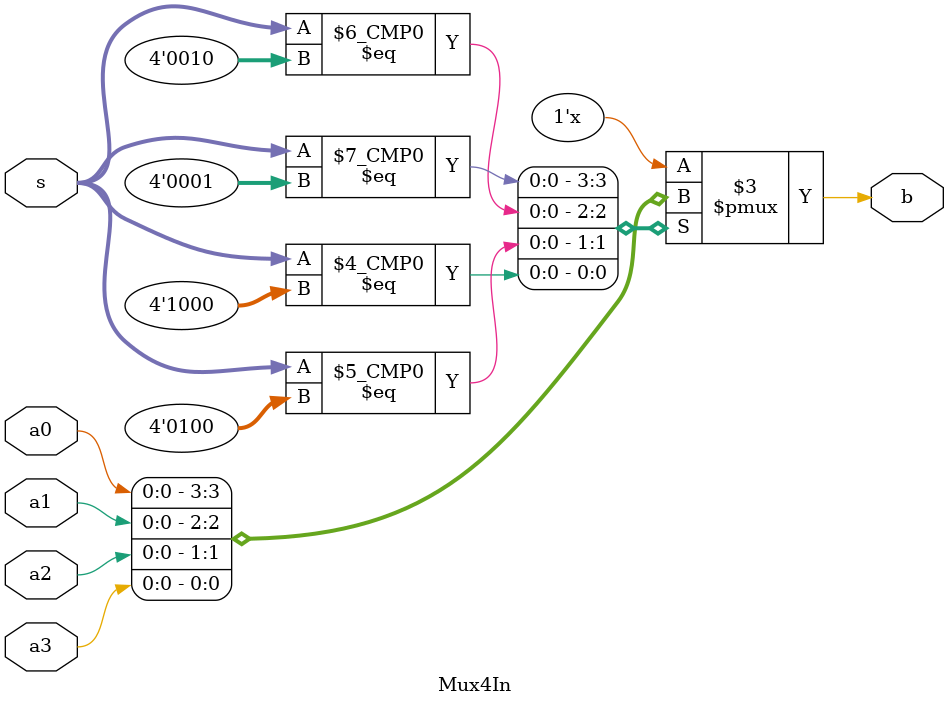
<source format=v>
/*
One-hot select MUX with 4 inputs
*/

module Mux4In(a3, a2, a1, a0, s, b) ;
  parameter k = 1;
  input [k-1:0] a0, a1, a2, a3;  // inputs
  input [3:0]   s ; // one-hot select
  output[k-1:0] b ;
  reg [k-1:0] b ;

  always @(*) begin
    case(s) 
      4'b0001: b = a0;
      4'b0010: b = a1;
      4'b0100: b = a2;
      4'b1000: b = a3;
      default: b =  {k{1'bx}} ;
    endcase
  end
endmodule

</source>
